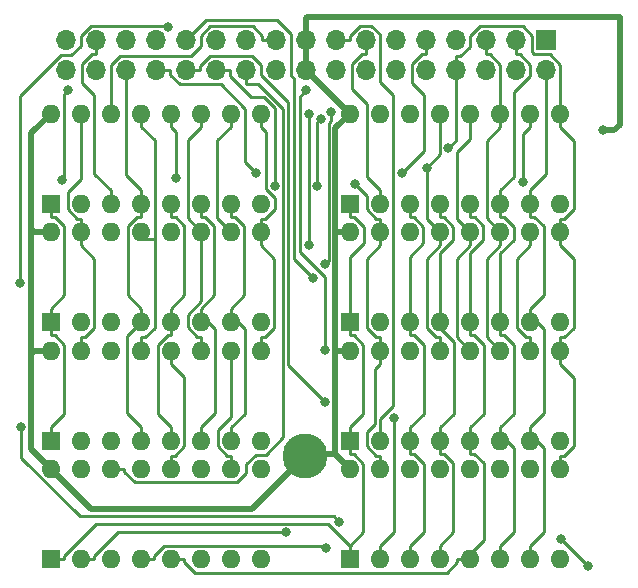
<source format=gbr>
%TF.GenerationSoftware,KiCad,Pcbnew,(6.0.7)*%
%TF.CreationDate,2023-01-24T22:55:54+00:00*%
%TF.ProjectId,CPC464-2MINICAS1,43504334-3634-42d3-924d-494e49434153,rev?*%
%TF.SameCoordinates,Original*%
%TF.FileFunction,Copper,L2,Bot*%
%TF.FilePolarity,Positive*%
%FSLAX46Y46*%
G04 Gerber Fmt 4.6, Leading zero omitted, Abs format (unit mm)*
G04 Created by KiCad (PCBNEW (6.0.7)) date 2023-01-24 22:55:54*
%MOMM*%
%LPD*%
G01*
G04 APERTURE LIST*
%TA.AperFunction,ComponentPad*%
%ADD10R,1.600000X1.600000*%
%TD*%
%TA.AperFunction,ComponentPad*%
%ADD11O,1.600000X1.600000*%
%TD*%
%TA.AperFunction,ComponentPad*%
%ADD12C,3.800000*%
%TD*%
%TA.AperFunction,ComponentPad*%
%ADD13R,1.700000X1.700000*%
%TD*%
%TA.AperFunction,ComponentPad*%
%ADD14O,1.700000X1.700000*%
%TD*%
%TA.AperFunction,ViaPad*%
%ADD15C,0.800000*%
%TD*%
%TA.AperFunction,Conductor*%
%ADD16C,0.500000*%
%TD*%
%TA.AperFunction,Conductor*%
%ADD17C,0.250000*%
%TD*%
G04 APERTURE END LIST*
D10*
%TO.P,IC704,1,NC*%
%TO.N,MV*%
X38303200Y-87309800D03*
D11*
%TO.P,IC704,2,DIN*%
%TO.N,/D3*%
X40843200Y-87309800D03*
%TO.P,IC704,3,~{WRITE}*%
%TO.N,MWE*%
X43383200Y-87309800D03*
%TO.P,IC704,4,~{RAS}*%
%TO.N,RAS*%
X45923200Y-87309800D03*
%TO.P,IC704,5,A0*%
%TO.N,/XA0*%
X48463200Y-87309800D03*
%TO.P,IC704,6,A2*%
%TO.N,/XA2*%
X51003200Y-87309800D03*
%TO.P,IC704,7,A1*%
%TO.N,/XA1*%
X53543200Y-87309800D03*
%TO.P,IC704,8,VCC*%
%TO.N,+5V*%
X56083200Y-87309800D03*
%TO.P,IC704,9,A7*%
%TO.N,/XA7*%
X56083200Y-79689800D03*
%TO.P,IC704,10,A5*%
%TO.N,/XA5*%
X53543200Y-79689800D03*
%TO.P,IC704,11,A4*%
%TO.N,/XA4*%
X51003200Y-79689800D03*
%TO.P,IC704,12,A3*%
%TO.N,/XA3*%
X48463200Y-79689800D03*
%TO.P,IC704,13,A6*%
%TO.N,/XA6*%
X45923200Y-79689800D03*
%TO.P,IC704,14,DOUT*%
%TO.N,/GD3*%
X43383200Y-79689800D03*
%TO.P,IC704,15,~{CAS}*%
%TO.N,CAS1*%
X40843200Y-79689800D03*
%TO.P,IC704,16,GND*%
%TO.N,GND*%
X38303200Y-79689800D03*
%TD*%
D12*
%TO.P,H8,1,1*%
%TO.N,GND*%
X59827400Y-78556800D03*
%TD*%
D10*
%TO.P,IC707,1,NC*%
%TO.N,MV*%
X63627000Y-77302200D03*
D11*
%TO.P,IC707,2,DIN*%
%TO.N,/D6*%
X66167000Y-77302200D03*
%TO.P,IC707,3,~{WRITE}*%
%TO.N,MWE*%
X68707000Y-77302200D03*
%TO.P,IC707,4,~{RAS}*%
%TO.N,RAS*%
X71247000Y-77302200D03*
%TO.P,IC707,5,A0*%
%TO.N,/XA0*%
X73787000Y-77302200D03*
%TO.P,IC707,6,A2*%
%TO.N,/XA2*%
X76327000Y-77302200D03*
%TO.P,IC707,7,A1*%
%TO.N,/XA1*%
X78867000Y-77302200D03*
%TO.P,IC707,8,VCC*%
%TO.N,+5V*%
X81407000Y-77302200D03*
%TO.P,IC707,9,A7*%
%TO.N,/XA7*%
X81407000Y-69682200D03*
%TO.P,IC707,10,A5*%
%TO.N,/XA5*%
X78867000Y-69682200D03*
%TO.P,IC707,11,A4*%
%TO.N,/XA4*%
X76327000Y-69682200D03*
%TO.P,IC707,12,A3*%
%TO.N,/XA3*%
X73787000Y-69682200D03*
%TO.P,IC707,13,A6*%
%TO.N,/XA6*%
X71247000Y-69682200D03*
%TO.P,IC707,14,DOUT*%
%TO.N,/GD6*%
X68707000Y-69682200D03*
%TO.P,IC707,15,~{CAS}*%
%TO.N,CAS1*%
X66167000Y-69682200D03*
%TO.P,IC707,16,GND*%
%TO.N,GND*%
X63627000Y-69682200D03*
%TD*%
D13*
%TO.P,J1200,1,Pin_1*%
%TO.N,/XA0*%
X80217200Y-43398400D03*
D14*
%TO.P,J1200,2,Pin_2*%
%TO.N,/XA1*%
X80217200Y-45938400D03*
%TO.P,J1200,3,Pin_3*%
%TO.N,/XA2*%
X77677200Y-43398400D03*
%TO.P,J1200,4,Pin_4*%
%TO.N,/XA3*%
X77677200Y-45938400D03*
%TO.P,J1200,5,Pin_5*%
%TO.N,/XA4*%
X75137200Y-43398400D03*
%TO.P,J1200,6,Pin_6*%
%TO.N,/XA5*%
X75137200Y-45938400D03*
%TO.P,J1200,7,Pin_7*%
%TO.N,/XA6*%
X72597200Y-43398400D03*
%TO.P,J1200,8,Pin_8*%
%TO.N,/XA7*%
X72597200Y-45938400D03*
%TO.P,J1200,9,Pin_9*%
%TO.N,/D0*%
X70057200Y-43398400D03*
%TO.P,J1200,10,Pin_10*%
%TO.N,/D1*%
X70057200Y-45938400D03*
%TO.P,J1200,11,Pin_11*%
%TO.N,/D2*%
X67517200Y-43398400D03*
%TO.P,J1200,12,Pin_12*%
%TO.N,/D3*%
X67517200Y-45938400D03*
%TO.P,J1200,13,Pin_13*%
%TO.N,/D4*%
X64977200Y-43398400D03*
%TO.P,J1200,14,Pin_14*%
%TO.N,/D5*%
X64977200Y-45938400D03*
%TO.P,J1200,15,Pin_15*%
%TO.N,/D6*%
X62437200Y-43398400D03*
%TO.P,J1200,16,Pin_16*%
%TO.N,/D7*%
X62437200Y-45938400D03*
%TO.P,J1200,17,Pin_17*%
%TO.N,GND*%
X59897200Y-43398400D03*
%TO.P,J1200,18,Pin_18*%
X59897200Y-45938400D03*
%TO.P,J1200,19,Pin_19*%
%TO.N,/GD0*%
X57357200Y-43398400D03*
%TO.P,J1200,20,Pin_20*%
%TO.N,/GD1*%
X57357200Y-45938400D03*
%TO.P,J1200,21,Pin_21*%
%TO.N,/GD2*%
X54817200Y-43398400D03*
%TO.P,J1200,22,Pin_22*%
%TO.N,/GD3*%
X54817200Y-45938400D03*
%TO.P,J1200,23,Pin_23*%
%TO.N,/GD4*%
X52277200Y-43398400D03*
%TO.P,J1200,24,Pin_24*%
%TO.N,/GD5*%
X52277200Y-45938400D03*
%TO.P,J1200,25,Pin_25*%
%TO.N,/GD6*%
X49737200Y-43398400D03*
%TO.P,J1200,26,Pin_26*%
%TO.N,/GD7*%
X49737200Y-45938400D03*
%TO.P,J1200,27,Pin_27*%
%TO.N,+5V*%
X47197200Y-43398400D03*
%TO.P,J1200,28,Pin_28*%
%TO.N,CAS1*%
X47197200Y-45938400D03*
%TO.P,J1200,29,Pin_29*%
%TO.N,CAS0*%
X44657200Y-43398400D03*
%TO.P,J1200,30,Pin_30*%
%TO.N,RAS*%
X44657200Y-45938400D03*
%TO.P,J1200,31,Pin_31*%
%TO.N,MWE*%
X42117200Y-43398400D03*
%TO.P,J1200,32,Pin_32*%
%TO.N,RSV2*%
X42117200Y-45938400D03*
%TO.P,J1200,33,Pin_33*%
%TO.N,RSV1*%
X39577200Y-43398400D03*
%TO.P,J1200,34,Pin_34*%
%TO.N,+5V*%
X39577200Y-45938400D03*
%TD*%
D10*
%TO.P,IC705,1,NC*%
%TO.N,MV*%
X63627000Y-57236200D03*
D11*
%TO.P,IC705,2,DIN*%
%TO.N,/D4*%
X66167000Y-57236200D03*
%TO.P,IC705,3,~{WRITE}*%
%TO.N,MWE*%
X68707000Y-57236200D03*
%TO.P,IC705,4,~{RAS}*%
%TO.N,RAS*%
X71247000Y-57236200D03*
%TO.P,IC705,5,A0*%
%TO.N,/XA0*%
X73787000Y-57236200D03*
%TO.P,IC705,6,A2*%
%TO.N,/XA2*%
X76327000Y-57236200D03*
%TO.P,IC705,7,A1*%
%TO.N,/XA1*%
X78867000Y-57236200D03*
%TO.P,IC705,8,VCC*%
%TO.N,+5V*%
X81407000Y-57236200D03*
%TO.P,IC705,9,A7*%
%TO.N,/XA7*%
X81407000Y-49616200D03*
%TO.P,IC705,10,A5*%
%TO.N,/XA5*%
X78867000Y-49616200D03*
%TO.P,IC705,11,A4*%
%TO.N,/XA4*%
X76327000Y-49616200D03*
%TO.P,IC705,12,A3*%
%TO.N,/XA3*%
X73787000Y-49616200D03*
%TO.P,IC705,13,A6*%
%TO.N,/XA6*%
X71247000Y-49616200D03*
%TO.P,IC705,14,DOUT*%
%TO.N,/GD4*%
X68707000Y-49616200D03*
%TO.P,IC705,15,~{CAS}*%
%TO.N,CAS1*%
X66167000Y-49616200D03*
%TO.P,IC705,16,GND*%
%TO.N,GND*%
X63627000Y-49616200D03*
%TD*%
D10*
%TO.P,IC701,1,NC*%
%TO.N,MV*%
X38303200Y-57220800D03*
D11*
%TO.P,IC701,2,DIN*%
%TO.N,/D0*%
X40843200Y-57220800D03*
%TO.P,IC701,3,~{WRITE}*%
%TO.N,MWE*%
X43383200Y-57220800D03*
%TO.P,IC701,4,~{RAS}*%
%TO.N,RAS*%
X45923200Y-57220800D03*
%TO.P,IC701,5,A0*%
%TO.N,/XA0*%
X48463200Y-57220800D03*
%TO.P,IC701,6,A2*%
%TO.N,/XA2*%
X51003200Y-57220800D03*
%TO.P,IC701,7,A1*%
%TO.N,/XA1*%
X53543200Y-57220800D03*
%TO.P,IC701,8,VCC*%
%TO.N,+5V*%
X56083200Y-57220800D03*
%TO.P,IC701,9,A7*%
%TO.N,/XA7*%
X56083200Y-49600800D03*
%TO.P,IC701,10,A5*%
%TO.N,/XA5*%
X53543200Y-49600800D03*
%TO.P,IC701,11,A4*%
%TO.N,/XA4*%
X51003200Y-49600800D03*
%TO.P,IC701,12,A3*%
%TO.N,/XA3*%
X48463200Y-49600800D03*
%TO.P,IC701,13,A6*%
%TO.N,/XA6*%
X45923200Y-49600800D03*
%TO.P,IC701,14,DOUT*%
%TO.N,/GD0*%
X43383200Y-49600800D03*
%TO.P,IC701,15,~{CAS}*%
%TO.N,CAS1*%
X40843200Y-49600800D03*
%TO.P,IC701,16,GND*%
%TO.N,GND*%
X38303200Y-49600800D03*
%TD*%
D10*
%TO.P,IC708,1,NC*%
%TO.N,MV*%
X63627000Y-87325200D03*
D11*
%TO.P,IC708,2,DIN*%
%TO.N,/D7*%
X66167000Y-87325200D03*
%TO.P,IC708,3,~{WRITE}*%
%TO.N,MWE*%
X68707000Y-87325200D03*
%TO.P,IC708,4,~{RAS}*%
%TO.N,RAS*%
X71247000Y-87325200D03*
%TO.P,IC708,5,A0*%
%TO.N,/XA0*%
X73787000Y-87325200D03*
%TO.P,IC708,6,A2*%
%TO.N,/XA2*%
X76327000Y-87325200D03*
%TO.P,IC708,7,A1*%
%TO.N,/XA1*%
X78867000Y-87325200D03*
%TO.P,IC708,8,VCC*%
%TO.N,+5V*%
X81407000Y-87325200D03*
%TO.P,IC708,9,A7*%
%TO.N,/XA7*%
X81407000Y-79705200D03*
%TO.P,IC708,10,A5*%
%TO.N,/XA5*%
X78867000Y-79705200D03*
%TO.P,IC708,11,A4*%
%TO.N,/XA4*%
X76327000Y-79705200D03*
%TO.P,IC708,12,A3*%
%TO.N,/XA3*%
X73787000Y-79705200D03*
%TO.P,IC708,13,A6*%
%TO.N,/XA6*%
X71247000Y-79705200D03*
%TO.P,IC708,14,DOUT*%
%TO.N,/GD7*%
X68707000Y-79705200D03*
%TO.P,IC708,15,~{CAS}*%
%TO.N,CAS1*%
X66167000Y-79705200D03*
%TO.P,IC708,16,GND*%
%TO.N,GND*%
X63627000Y-79705200D03*
%TD*%
D10*
%TO.P,IC706,1,NC*%
%TO.N,MV*%
X63627000Y-67259200D03*
D11*
%TO.P,IC706,2,DIN*%
%TO.N,/D5*%
X66167000Y-67259200D03*
%TO.P,IC706,3,~{WRITE}*%
%TO.N,MWE*%
X68707000Y-67259200D03*
%TO.P,IC706,4,~{RAS}*%
%TO.N,RAS*%
X71247000Y-67259200D03*
%TO.P,IC706,5,A0*%
%TO.N,/XA0*%
X73787000Y-67259200D03*
%TO.P,IC706,6,A2*%
%TO.N,/XA2*%
X76327000Y-67259200D03*
%TO.P,IC706,7,A1*%
%TO.N,/XA1*%
X78867000Y-67259200D03*
%TO.P,IC706,8,VCC*%
%TO.N,+5V*%
X81407000Y-67259200D03*
%TO.P,IC706,9,A7*%
%TO.N,/XA7*%
X81407000Y-59639200D03*
%TO.P,IC706,10,A5*%
%TO.N,/XA5*%
X78867000Y-59639200D03*
%TO.P,IC706,11,A4*%
%TO.N,/XA4*%
X76327000Y-59639200D03*
%TO.P,IC706,12,A3*%
%TO.N,/XA3*%
X73787000Y-59639200D03*
%TO.P,IC706,13,A6*%
%TO.N,/XA6*%
X71247000Y-59639200D03*
%TO.P,IC706,14,DOUT*%
%TO.N,/GD5*%
X68707000Y-59639200D03*
%TO.P,IC706,15,~{CAS}*%
%TO.N,CAS1*%
X66167000Y-59639200D03*
%TO.P,IC706,16,GND*%
%TO.N,GND*%
X63627000Y-59639200D03*
%TD*%
D10*
%TO.P,IC702,1,NC*%
%TO.N,MV*%
X38303200Y-67243800D03*
D11*
%TO.P,IC702,2,DIN*%
%TO.N,/D1*%
X40843200Y-67243800D03*
%TO.P,IC702,3,~{WRITE}*%
%TO.N,MWE*%
X43383200Y-67243800D03*
%TO.P,IC702,4,~{RAS}*%
%TO.N,RAS*%
X45923200Y-67243800D03*
%TO.P,IC702,5,A0*%
%TO.N,/XA0*%
X48463200Y-67243800D03*
%TO.P,IC702,6,A2*%
%TO.N,/XA2*%
X51003200Y-67243800D03*
%TO.P,IC702,7,A1*%
%TO.N,/XA1*%
X53543200Y-67243800D03*
%TO.P,IC702,8,VCC*%
%TO.N,+5V*%
X56083200Y-67243800D03*
%TO.P,IC702,9,A7*%
%TO.N,/XA7*%
X56083200Y-59623800D03*
%TO.P,IC702,10,A5*%
%TO.N,/XA5*%
X53543200Y-59623800D03*
%TO.P,IC702,11,A4*%
%TO.N,/XA4*%
X51003200Y-59623800D03*
%TO.P,IC702,12,A3*%
%TO.N,/XA3*%
X48463200Y-59623800D03*
%TO.P,IC702,13,A6*%
%TO.N,/XA6*%
X45923200Y-59623800D03*
%TO.P,IC702,14,DOUT*%
%TO.N,/GD1*%
X43383200Y-59623800D03*
%TO.P,IC702,15,~{CAS}*%
%TO.N,CAS1*%
X40843200Y-59623800D03*
%TO.P,IC702,16,GND*%
%TO.N,GND*%
X38303200Y-59623800D03*
%TD*%
D10*
%TO.P,IC703,1,NC*%
%TO.N,MV*%
X38303200Y-77286800D03*
D11*
%TO.P,IC703,2,DIN*%
%TO.N,/D2*%
X40843200Y-77286800D03*
%TO.P,IC703,3,~{WRITE}*%
%TO.N,MWE*%
X43383200Y-77286800D03*
%TO.P,IC703,4,~{RAS}*%
%TO.N,RAS*%
X45923200Y-77286800D03*
%TO.P,IC703,5,A0*%
%TO.N,/XA0*%
X48463200Y-77286800D03*
%TO.P,IC703,6,A2*%
%TO.N,/XA2*%
X51003200Y-77286800D03*
%TO.P,IC703,7,A1*%
%TO.N,/XA1*%
X53543200Y-77286800D03*
%TO.P,IC703,8,VCC*%
%TO.N,+5V*%
X56083200Y-77286800D03*
%TO.P,IC703,9,A7*%
%TO.N,/XA7*%
X56083200Y-69666800D03*
%TO.P,IC703,10,A5*%
%TO.N,/XA5*%
X53543200Y-69666800D03*
%TO.P,IC703,11,A4*%
%TO.N,/XA4*%
X51003200Y-69666800D03*
%TO.P,IC703,12,A3*%
%TO.N,/XA3*%
X48463200Y-69666800D03*
%TO.P,IC703,13,A6*%
%TO.N,/XA6*%
X45923200Y-69666800D03*
%TO.P,IC703,14,DOUT*%
%TO.N,/GD2*%
X43383200Y-69666800D03*
%TO.P,IC703,15,~{CAS}*%
%TO.N,CAS1*%
X40843200Y-69666800D03*
%TO.P,IC703,16,GND*%
%TO.N,GND*%
X38303200Y-69666800D03*
%TD*%
D15*
%TO.N,GND*%
X85000000Y-51000000D03*
%TO.N,Net-(R1220-Pad2)*%
X83791900Y-87872500D03*
X81519400Y-85600000D03*
%TO.N,RAS*%
X61543700Y-86348600D03*
%TO.N,/XA6*%
X70105800Y-54172800D03*
%TO.N,/XA5*%
X78246200Y-55373500D03*
%TO.N,/XA7*%
X71949900Y-52547400D03*
%TO.N,/XA3*%
X48904200Y-55088300D03*
%TO.N,CAS1*%
X64048600Y-55571800D03*
X60845500Y-55699100D03*
X61134100Y-50053200D03*
X55693900Y-54668900D03*
%TO.N,/D0*%
X68029200Y-54622900D03*
%TO.N,/D2*%
X35751500Y-76136100D03*
X62714400Y-84172200D03*
%TO.N,/D3*%
X60114300Y-49658500D03*
X60114300Y-60731400D03*
X58186600Y-85056100D03*
%TO.N,/D5*%
X61997600Y-49502100D03*
X61521800Y-62357100D03*
%TO.N,/D7*%
X61509900Y-69590500D03*
X67328000Y-75408600D03*
X59918700Y-47647500D03*
%TO.N,/GD1*%
X39769900Y-47569500D03*
X39204900Y-55255100D03*
%TO.N,/GD2*%
X48166300Y-42310300D03*
X35668100Y-63953200D03*
%TO.N,/GD5*%
X57228000Y-55733800D03*
%TO.N,/GD6*%
X60492700Y-63494200D03*
%TO.N,/GD7*%
X61513000Y-74004000D03*
%TD*%
D16*
%TO.N,GND*%
X62412400Y-69682200D02*
X62377000Y-69717600D01*
X38303200Y-79689800D02*
X36621000Y-78007600D01*
X36621000Y-59365600D02*
X36621000Y-51283000D01*
X62397000Y-59639200D02*
X62377000Y-59659200D01*
X41722200Y-83108800D02*
X38303200Y-79689800D01*
X62377000Y-78455200D02*
X63627000Y-79705200D01*
X36911600Y-69666800D02*
X36621000Y-69957400D01*
X36621000Y-69957400D02*
X36621000Y-59365600D01*
X36621000Y-51283000D02*
X38303200Y-49600800D01*
X62377000Y-78455200D02*
X59929000Y-78455200D01*
X86000000Y-51000000D02*
X85000000Y-51000000D01*
X59897200Y-45938400D02*
X59897200Y-43398400D01*
X36621000Y-78007600D02*
X36621000Y-69957400D01*
X59897200Y-45938400D02*
X63575000Y-49616200D01*
X59929000Y-78455200D02*
X59827400Y-78556800D01*
X55275400Y-83108800D02*
X41722200Y-83108800D01*
X62377000Y-69717600D02*
X62377000Y-78455200D01*
X86465600Y-41448800D02*
X86465600Y-50534400D01*
X38303200Y-69666800D02*
X36911600Y-69666800D01*
X60000000Y-41448800D02*
X86465600Y-41448800D01*
X36879300Y-59623800D02*
X36621000Y-59365600D01*
X38303200Y-59623800D02*
X36879300Y-59623800D01*
X86465600Y-50534400D02*
X86000000Y-51000000D01*
X59827400Y-78556800D02*
X55275400Y-83108800D01*
X62377000Y-50866200D02*
X62377000Y-59659200D01*
X62377000Y-59659200D02*
X62377000Y-69717600D01*
X63575000Y-49616200D02*
X63627000Y-49616200D01*
X59897200Y-41551600D02*
X60000000Y-41448800D01*
X63627000Y-59639200D02*
X62397000Y-59639200D01*
X63627000Y-49616200D02*
X62377000Y-50866200D01*
X59897200Y-43398400D02*
X59897200Y-41551600D01*
X63627000Y-69682200D02*
X62412400Y-69682200D01*
D17*
%TO.N,Net-(R1220-Pad2)*%
X83791900Y-87872500D02*
X81519400Y-85600000D01*
%TO.N,MV*%
X64758800Y-60586800D02*
X63627000Y-61718600D01*
X38619600Y-58345900D02*
X39428300Y-59154600D01*
X63627000Y-67259200D02*
X63627000Y-68384300D01*
X64752100Y-69193000D02*
X64752100Y-75052000D01*
X38303200Y-57220800D02*
X38303200Y-58345900D01*
X63627000Y-78427300D02*
X63943400Y-78427300D01*
X64753300Y-79237200D02*
X64753300Y-85073800D01*
X63627000Y-58361300D02*
X63943400Y-58361300D01*
X63943400Y-68384300D02*
X64752100Y-69193000D01*
X64758800Y-59176700D02*
X64758800Y-60586800D01*
X42134300Y-84322500D02*
X61749400Y-84322500D01*
X63627000Y-77302200D02*
X63627000Y-76177100D01*
X38303200Y-77286800D02*
X38303200Y-76161700D01*
X38303200Y-58345900D02*
X38619600Y-58345900D01*
X39428300Y-87309800D02*
X39428300Y-87028500D01*
X38303200Y-67243800D02*
X38303200Y-66118700D01*
X39428300Y-59154600D02*
X39428300Y-64993600D01*
X63943400Y-58361300D02*
X64758800Y-59176700D01*
X38619700Y-68368900D02*
X38303200Y-68368900D01*
X38303200Y-76161700D02*
X39428300Y-75036600D01*
X39428300Y-69177500D02*
X38619700Y-68368900D01*
X63627000Y-61718600D02*
X63627000Y-67259200D01*
X64753300Y-85073800D02*
X63627000Y-86200100D01*
X63943400Y-78427300D02*
X64753300Y-79237200D01*
X38303200Y-87309800D02*
X39428300Y-87309800D01*
X39428300Y-87028500D02*
X42134300Y-84322500D01*
X39428300Y-64993600D02*
X38303200Y-66118700D01*
X38303200Y-67243800D02*
X38303200Y-68368900D01*
X63627000Y-87325200D02*
X63627000Y-86200100D01*
X63627000Y-68384300D02*
X63943400Y-68384300D01*
X63627000Y-57236200D02*
X63627000Y-58361300D01*
X64752100Y-75052000D02*
X63627000Y-76177100D01*
X39428300Y-75036600D02*
X39428300Y-69177500D01*
X61749400Y-84322500D02*
X63627000Y-86200100D01*
X63627000Y-77302200D02*
X63627000Y-78427300D01*
%TO.N,MWE*%
X41968400Y-54680900D02*
X43383200Y-56095700D01*
X68707000Y-58361300D02*
X69023400Y-58361300D01*
X69856500Y-85050600D02*
X68707000Y-86200100D01*
X42117200Y-44573500D02*
X41750000Y-44573500D01*
X68707000Y-78427300D02*
X69023400Y-78427300D01*
X68707000Y-68384300D02*
X69009700Y-68384300D01*
X41750000Y-44573500D02*
X40903200Y-45420300D01*
X68707000Y-61713000D02*
X68707000Y-67259200D01*
X68707000Y-77302200D02*
X68707000Y-76177100D01*
X69023400Y-78427300D02*
X69856500Y-79260400D01*
X69023400Y-58361300D02*
X69836300Y-59174200D01*
X69856500Y-79260400D02*
X69856500Y-85050600D01*
X68707000Y-57236200D02*
X68707000Y-58361300D01*
X42117200Y-43398400D02*
X42117200Y-44573500D01*
X68707000Y-87325200D02*
X68707000Y-86200100D01*
X69009700Y-68384300D02*
X69842700Y-69217300D01*
X68707000Y-67259200D02*
X68707000Y-68384300D01*
X69836300Y-59174200D02*
X69836300Y-60583700D01*
X40903200Y-45420300D02*
X40903200Y-46993000D01*
X41968400Y-48058200D02*
X41968400Y-54680900D01*
X69836300Y-60583700D02*
X68707000Y-61713000D01*
X69842700Y-75041400D02*
X68707000Y-76177100D01*
X40903200Y-46993000D02*
X41968400Y-48058200D01*
X69842700Y-69217300D02*
X69842700Y-75041400D01*
X43383200Y-57220800D02*
X43383200Y-56095700D01*
X68707000Y-77302200D02*
X68707000Y-78427300D01*
%TO.N,RAS*%
X72396500Y-68928400D02*
X72396500Y-75027600D01*
X44783500Y-59135900D02*
X45573500Y-58345900D01*
X44657200Y-45938400D02*
X44657200Y-54829700D01*
X71247000Y-58361300D02*
X71563400Y-58361300D01*
X47048300Y-87309800D02*
X47048300Y-87028500D01*
X71247000Y-67778900D02*
X72396500Y-68928400D01*
X71247000Y-77302200D02*
X71247000Y-76177100D01*
X71584500Y-78427300D02*
X71247000Y-78427300D01*
X61379700Y-86184600D02*
X61543700Y-86348600D01*
X45923200Y-76161700D02*
X44727100Y-74965600D01*
X72372100Y-79214900D02*
X71584500Y-78427300D01*
X71247000Y-86200100D02*
X72372100Y-85075000D01*
X45573500Y-58345900D02*
X45923200Y-58345900D01*
X71563400Y-58361300D02*
X72374100Y-59172000D01*
X72372100Y-85075000D02*
X72372100Y-79214900D01*
X72374100Y-60274000D02*
X71247000Y-61401100D01*
X44783500Y-64979000D02*
X44783500Y-59135900D01*
X45923200Y-87309800D02*
X47048300Y-87309800D01*
X44727100Y-68439900D02*
X45923200Y-67243800D01*
X71247000Y-57236200D02*
X71247000Y-58361300D01*
X47892200Y-86184600D02*
X61379700Y-86184600D01*
X45923200Y-77286800D02*
X45923200Y-76161700D01*
X71247000Y-61401100D02*
X71247000Y-67259200D01*
X72396500Y-75027600D02*
X71247000Y-76177100D01*
X72374100Y-59172000D02*
X72374100Y-60274000D01*
X45923200Y-66118700D02*
X44783500Y-64979000D01*
X45923200Y-57220800D02*
X45923200Y-56095700D01*
X47048300Y-87028500D02*
X47892200Y-86184600D01*
X44657200Y-54829700D02*
X45923200Y-56095700D01*
X71247000Y-67259200D02*
X71247000Y-67778900D01*
X71247000Y-87325200D02*
X71247000Y-86200100D01*
X45923200Y-67243800D02*
X45923200Y-66118700D01*
X45923200Y-57220800D02*
X45923200Y-58345900D01*
X44727100Y-74965600D02*
X44727100Y-68439900D01*
X71247000Y-77302200D02*
X71247000Y-78427300D01*
%TO.N,/XA6*%
X45923200Y-59623800D02*
X45923200Y-60186300D01*
X70105800Y-54172800D02*
X70105800Y-58498000D01*
X71224800Y-53053800D02*
X70105800Y-54172800D01*
X71247000Y-69682200D02*
X71247000Y-68557100D01*
X47074900Y-60186300D02*
X47074900Y-67739700D01*
X70107600Y-61903700D02*
X71247000Y-60764300D01*
X70105800Y-58498000D02*
X71247000Y-59639200D01*
X45923200Y-69666800D02*
X45923200Y-68541700D01*
X71247000Y-49616200D02*
X71247000Y-50741300D01*
X47074900Y-67739700D02*
X46272900Y-68541700D01*
X45923200Y-49600800D02*
X45923200Y-50725900D01*
X70107600Y-67734100D02*
X70107600Y-61903700D01*
X70930600Y-68557100D02*
X70107600Y-67734100D01*
X71247000Y-68557100D02*
X70930600Y-68557100D01*
X71247000Y-59639200D02*
X71247000Y-60764300D01*
X45923200Y-60186300D02*
X47074900Y-60186300D01*
X71224800Y-50763500D02*
X71224800Y-53053800D01*
X47074900Y-51877600D02*
X47074900Y-60186300D01*
X45923200Y-50725900D02*
X47074900Y-51877600D01*
X46272900Y-68541700D02*
X45923200Y-68541700D01*
X71247000Y-50741300D02*
X71224800Y-50763500D01*
%TO.N,/XA5*%
X52384200Y-51884900D02*
X52384200Y-58464800D01*
X52405200Y-77776400D02*
X53193500Y-78564700D01*
X78867000Y-49616200D02*
X78867000Y-50741300D01*
X77741100Y-61890200D02*
X77741100Y-67780900D01*
X53543200Y-50725900D02*
X52384200Y-51884900D01*
X78867000Y-59639200D02*
X78867000Y-60764300D01*
X78867000Y-50741300D02*
X78246200Y-51362100D01*
X52384200Y-58464800D02*
X53543200Y-59623800D01*
X53543200Y-79689800D02*
X53543200Y-78564700D01*
X53543200Y-49600800D02*
X53543200Y-50725900D01*
X52405200Y-76400400D02*
X52405200Y-77776400D01*
X78517300Y-68557100D02*
X78867000Y-68557100D01*
X77741100Y-67780900D02*
X78517300Y-68557100D01*
X53543200Y-75262400D02*
X52405200Y-76400400D01*
X53193500Y-78564700D02*
X53543200Y-78564700D01*
X78246200Y-51362100D02*
X78246200Y-55373500D01*
X78867000Y-69682200D02*
X78867000Y-68557100D01*
X53543200Y-69666800D02*
X53543200Y-75262400D01*
X78867000Y-60764300D02*
X77741100Y-61890200D01*
%TO.N,/XA4*%
X75177500Y-51890800D02*
X75177500Y-58489700D01*
X76327000Y-45466400D02*
X75434100Y-44573500D01*
X51003200Y-68541700D02*
X50686800Y-68541700D01*
X49868500Y-51860600D02*
X49868500Y-58489100D01*
X51003200Y-65482000D02*
X51003200Y-59623800D01*
X75177500Y-58489700D02*
X76327000Y-59639200D01*
X76327000Y-50741300D02*
X75177500Y-51890800D01*
X76327000Y-49616200D02*
X76327000Y-45466400D01*
X75137200Y-43398400D02*
X75137200Y-44573500D01*
X75191700Y-68546900D02*
X76327000Y-69682200D01*
X76327000Y-50178700D02*
X76327000Y-49616200D01*
X51003200Y-50725900D02*
X49868500Y-51860600D01*
X75434100Y-44573500D02*
X75137200Y-44573500D01*
X76327000Y-50178700D02*
X76327000Y-50741300D01*
X49868500Y-58489100D02*
X51003200Y-59623800D01*
X76327000Y-60201700D02*
X76327000Y-60764300D01*
X51003200Y-69666800D02*
X51003200Y-68541700D01*
X76327000Y-60201700D02*
X76327000Y-59639200D01*
X50686800Y-68541700D02*
X49861100Y-67716000D01*
X49861100Y-67716000D02*
X49861100Y-66624100D01*
X76327000Y-60764300D02*
X75191700Y-61899600D01*
X49861100Y-66624100D02*
X51003200Y-65482000D01*
X75191700Y-61899600D02*
X75191700Y-68546900D01*
X51003200Y-49600800D02*
X51003200Y-50725900D01*
%TO.N,/XA7*%
X82551900Y-77784900D02*
X81756700Y-78580100D01*
X56502900Y-51145600D02*
X56502900Y-56034000D01*
X81756700Y-78580100D02*
X81407000Y-78580100D01*
X56432900Y-68541700D02*
X56083200Y-68541700D01*
X82542600Y-67771200D02*
X81756700Y-68557100D01*
X81756700Y-68557100D02*
X81407000Y-68557100D01*
X81407000Y-70807300D02*
X82551900Y-71952200D01*
X56083200Y-59623800D02*
X56083200Y-60748900D01*
X81407000Y-69682200D02*
X81407000Y-68557100D01*
X81407000Y-69682200D02*
X81407000Y-70807300D01*
X80524300Y-44573600D02*
X81407000Y-45456300D01*
X72597200Y-51900100D02*
X72597200Y-45938400D01*
X81407000Y-59639200D02*
X81407000Y-58514100D01*
X72964500Y-44763300D02*
X73772300Y-43955500D01*
X57218800Y-61884500D02*
X57218800Y-67755800D01*
X81407000Y-60764300D02*
X82542600Y-61899900D01*
X79186200Y-44573600D02*
X80524300Y-44573600D01*
X82551900Y-57718900D02*
X81756700Y-58514100D01*
X81407000Y-79705200D02*
X81407000Y-78580100D01*
X81407000Y-50741300D02*
X82551900Y-51886200D01*
X82551900Y-51886200D02*
X82551900Y-57718900D01*
X79042000Y-43039100D02*
X79042000Y-44429400D01*
X56432900Y-58498700D02*
X56083200Y-58498700D01*
X72597200Y-45938400D02*
X72597200Y-44763300D01*
X73772300Y-43059400D02*
X74608500Y-42223200D01*
X82542600Y-61899900D02*
X82542600Y-67771200D01*
X56083200Y-69666800D02*
X56083200Y-68541700D01*
X81407000Y-45456300D02*
X81407000Y-49616200D01*
X57218800Y-67755800D02*
X56432900Y-68541700D01*
X56083200Y-59623800D02*
X56083200Y-58498700D01*
X81756700Y-58514100D02*
X81407000Y-58514100D01*
X56083200Y-60748900D02*
X57218800Y-61884500D01*
X74608500Y-42223200D02*
X78226100Y-42223200D01*
X81407000Y-49616200D02*
X81407000Y-50741300D01*
X79042000Y-44429400D02*
X79186200Y-44573600D01*
X71949900Y-52547400D02*
X72597200Y-51900100D01*
X57248300Y-56779400D02*
X57248300Y-57683300D01*
X56083200Y-49600800D02*
X56083200Y-50725900D01*
X73772300Y-43955500D02*
X73772300Y-43059400D01*
X57248300Y-57683300D02*
X56432900Y-58498700D01*
X78226100Y-42223200D02*
X79042000Y-43039100D01*
X56083200Y-50725900D02*
X56502900Y-51145600D01*
X56502900Y-56034000D02*
X57248300Y-56779400D01*
X72597200Y-44763300D02*
X72964500Y-44763300D01*
X81407000Y-59639200D02*
X81407000Y-60764300D01*
X82551900Y-71952200D02*
X82551900Y-77784900D01*
%TO.N,/XA3*%
X48463200Y-50725900D02*
X48904200Y-51166900D01*
X72652700Y-52870100D02*
X73787000Y-51735800D01*
X72652700Y-58504900D02*
X72652700Y-52870100D01*
X49601200Y-71929900D02*
X49601200Y-77776400D01*
X49601200Y-77776400D02*
X48812900Y-78564700D01*
X48463200Y-69666800D02*
X48463200Y-70791900D01*
X48904200Y-51166900D02*
X48904200Y-55088300D01*
X73787000Y-69682200D02*
X72651700Y-68546900D01*
X73787000Y-60201700D02*
X73787000Y-60764300D01*
X48463200Y-49600800D02*
X48463200Y-50725900D01*
X73787000Y-51735800D02*
X73787000Y-50741300D01*
X72651700Y-61899600D02*
X73787000Y-60764300D01*
X48463200Y-79689800D02*
X48463200Y-78564700D01*
X72651700Y-68546900D02*
X72651700Y-61899600D01*
X48812900Y-78564700D02*
X48463200Y-78564700D01*
X48463200Y-70791900D02*
X49601200Y-71929900D01*
X73787000Y-59639200D02*
X72652700Y-58504900D01*
X73787000Y-49616200D02*
X73787000Y-50741300D01*
X73787000Y-60201700D02*
X73787000Y-59639200D01*
%TO.N,/XA2*%
X52193800Y-74971100D02*
X51003200Y-76161700D01*
X77476500Y-85050600D02*
X76327000Y-86200100D01*
X52139200Y-59165500D02*
X52139200Y-64982700D01*
X52139200Y-64982700D02*
X51003200Y-66118700D01*
X78852300Y-46425100D02*
X78852300Y-45451700D01*
X78852300Y-45451700D02*
X77974200Y-44573600D01*
X77476500Y-75027600D02*
X76327000Y-76177100D01*
X76327000Y-67259200D02*
X76327000Y-68384300D01*
X77476500Y-69217400D02*
X77476500Y-75027600D01*
X52193800Y-67871800D02*
X52193800Y-74971100D01*
X51003200Y-67243800D02*
X51003200Y-66681200D01*
X76327000Y-76739600D02*
X77476500Y-77889100D01*
X76643400Y-68384300D02*
X77476500Y-69217400D01*
X77974200Y-44573600D02*
X77677200Y-44573600D01*
X76327000Y-61401000D02*
X76327000Y-67259200D01*
X76327000Y-68384300D02*
X76643400Y-68384300D01*
X77677200Y-43398400D02*
X77677200Y-44573500D01*
X77460000Y-59177900D02*
X77460000Y-60268000D01*
X51319600Y-58345900D02*
X52139200Y-59165500D01*
X76327000Y-58361300D02*
X76643400Y-58361300D01*
X77481500Y-47795900D02*
X78852300Y-46425100D01*
X51003200Y-57220800D02*
X51003200Y-58345900D01*
X76327000Y-56111100D02*
X77481400Y-54956700D01*
X76327000Y-87325200D02*
X76327000Y-86200100D01*
X76327000Y-76739600D02*
X76327000Y-76177100D01*
X77481400Y-54956700D02*
X77481400Y-47795900D01*
X76327000Y-57798700D02*
X76327000Y-58361300D01*
X77481400Y-47795900D02*
X77481500Y-47795900D01*
X77460000Y-60268000D02*
X76327000Y-61401000D01*
X77476500Y-77889100D02*
X77476500Y-85050600D01*
X51003200Y-77286800D02*
X51003200Y-76161700D01*
X51003200Y-66681200D02*
X52193800Y-67871800D01*
X51003200Y-58345900D02*
X51319600Y-58345900D01*
X76327000Y-57236200D02*
X76327000Y-56111100D01*
X76327000Y-77302200D02*
X76327000Y-76739600D01*
X51003200Y-66681200D02*
X51003200Y-66118700D01*
X76643400Y-58361300D02*
X77460000Y-59177900D01*
X76327000Y-57798700D02*
X76327000Y-57236200D01*
X77677200Y-44573600D02*
X77677200Y-44573500D01*
%TO.N,/XA1*%
X53859600Y-58345900D02*
X54679200Y-59165500D01*
X78867000Y-57236200D02*
X78867000Y-58361300D01*
X53543200Y-66681200D02*
X53543200Y-66118700D01*
X53543200Y-57220800D02*
X53543200Y-58345900D01*
X78867000Y-66696600D02*
X78867000Y-66134100D01*
X53543200Y-77286800D02*
X53543200Y-76161700D01*
X78867000Y-57236200D02*
X78867000Y-56111100D01*
X80057600Y-74986500D02*
X78867000Y-76177100D01*
X53543200Y-58345900D02*
X53859600Y-58345900D01*
X54692700Y-67830700D02*
X54692700Y-75012200D01*
X78867000Y-66696600D02*
X80057600Y-67887200D01*
X78867000Y-77302200D02*
X78867000Y-76739600D01*
X79216700Y-58361300D02*
X78867000Y-58361300D01*
X78867000Y-76739600D02*
X80016500Y-77889100D01*
X80016500Y-77889100D02*
X80016500Y-85050600D01*
X53543200Y-66681200D02*
X54692700Y-67830700D01*
X54679200Y-64982700D02*
X53543200Y-66118700D01*
X80005000Y-59149600D02*
X79216700Y-58361300D01*
X80005000Y-64996100D02*
X80005000Y-59149600D01*
X54692700Y-75012200D02*
X53543200Y-76161700D01*
X80016500Y-85050600D02*
X78867000Y-86200100D01*
X80217200Y-54760900D02*
X78867000Y-56111100D01*
X78867000Y-67259200D02*
X78867000Y-66696600D01*
X78867000Y-66134100D02*
X80005000Y-64996100D01*
X53543200Y-67243800D02*
X53543200Y-66681200D01*
X54679200Y-59165500D02*
X54679200Y-64982700D01*
X80057600Y-67887200D02*
X80057600Y-74986500D01*
X80217200Y-45938400D02*
X80217200Y-54760900D01*
X78867000Y-87325200D02*
X78867000Y-86200100D01*
X78867000Y-76739600D02*
X78867000Y-76177100D01*
%TO.N,/XA0*%
X48463200Y-57220800D02*
X48463200Y-58345900D01*
X48463200Y-87309800D02*
X49588300Y-87309800D01*
X74925000Y-85737200D02*
X74925000Y-79215600D01*
X74936500Y-75027600D02*
X73787000Y-76177100D01*
X47332400Y-69199800D02*
X48163300Y-68368900D01*
X74177900Y-58361300D02*
X74914100Y-59097500D01*
X48163300Y-68368900D02*
X48463200Y-68368900D01*
X73787000Y-87325200D02*
X73337000Y-87325200D01*
X74136700Y-78427300D02*
X73787000Y-78427300D01*
X74914100Y-59097500D02*
X74914100Y-60273900D01*
X49592200Y-64989700D02*
X48463200Y-66118700D01*
X48463200Y-67243800D02*
X48463200Y-68368900D01*
X73787000Y-68384300D02*
X74089700Y-68384300D01*
X48463200Y-77286800D02*
X48463200Y-76161700D01*
X72661900Y-87606500D02*
X71804700Y-88463700D01*
X73787000Y-61401000D02*
X73787000Y-67259200D01*
X48463200Y-76161700D02*
X47332400Y-75030900D01*
X48463200Y-58345900D02*
X48854100Y-58345900D01*
X49592200Y-59084000D02*
X49592200Y-64989700D01*
X48463200Y-67243800D02*
X48463200Y-66118700D01*
X73787000Y-57236200D02*
X73787000Y-58361300D01*
X73787000Y-77302200D02*
X73787000Y-78427300D01*
X71804700Y-88463700D02*
X50509000Y-88463700D01*
X73787000Y-58361300D02*
X74177900Y-58361300D01*
X49588300Y-87543000D02*
X49588300Y-87309800D01*
X74925000Y-79215600D02*
X74136700Y-78427300D01*
X73787000Y-77302200D02*
X73787000Y-76177100D01*
X73337000Y-87325200D02*
X72661900Y-87325200D01*
X74914100Y-60273900D02*
X73787000Y-61401000D01*
X47332400Y-75030900D02*
X47332400Y-69199800D01*
X72661900Y-87325200D02*
X72661900Y-87606500D01*
X74936500Y-69231100D02*
X74936500Y-75027600D01*
X73337000Y-87325200D02*
X74925000Y-85737200D01*
X73787000Y-67259200D02*
X73787000Y-68384300D01*
X50509000Y-88463700D02*
X49588300Y-87543000D01*
X74089700Y-68384300D02*
X74936500Y-69231100D01*
X48854100Y-58345900D02*
X49592200Y-59084000D01*
%TO.N,CAS1*%
X40843200Y-60748900D02*
X41974100Y-61879800D01*
X39709700Y-56244500D02*
X40843200Y-55111000D01*
X66167000Y-58514100D02*
X65850500Y-58514100D01*
X66167000Y-59952900D02*
X66167000Y-59639200D01*
X40843200Y-59061200D02*
X40843200Y-58498700D01*
X66167000Y-69682200D02*
X66167000Y-70807300D01*
X65033500Y-76597100D02*
X65033500Y-77763000D01*
X65041900Y-56565100D02*
X64048600Y-55571800D01*
X40493500Y-58498700D02*
X39709700Y-57714900D01*
X41974100Y-61879800D02*
X41974100Y-67760500D01*
X66167000Y-79705200D02*
X66167000Y-78580100D01*
X47197200Y-45938400D02*
X48372300Y-45938400D01*
X66167000Y-59639200D02*
X66167000Y-58514100D01*
X65817300Y-68557100D02*
X66167000Y-68557100D01*
X60845500Y-55699100D02*
X60845500Y-50341800D01*
X40843200Y-59061200D02*
X40843200Y-59623800D01*
X66167000Y-70807300D02*
X65730100Y-71244200D01*
X52653300Y-47113500D02*
X54747300Y-49207500D01*
X65033500Y-77763000D02*
X65850600Y-78580100D01*
X65850600Y-78580100D02*
X66167000Y-78580100D01*
X66167000Y-60764300D02*
X65031400Y-61899900D01*
X65850500Y-58514100D02*
X65041900Y-57705500D01*
X39709700Y-57714900D02*
X39709700Y-56244500D01*
X41974100Y-67760500D02*
X41192900Y-68541700D01*
X40843200Y-58498700D02*
X40493500Y-58498700D01*
X48372300Y-45938400D02*
X48372300Y-46305700D01*
X54747300Y-49207500D02*
X54747300Y-53722300D01*
X66167000Y-69119600D02*
X66167000Y-68557100D01*
X40843200Y-59623800D02*
X40843200Y-60748900D01*
X40843200Y-69666800D02*
X40843200Y-68541700D01*
X41192900Y-68541700D02*
X40843200Y-68541700D01*
X40843200Y-55111000D02*
X40843200Y-50725900D01*
X60845500Y-50341800D02*
X61134100Y-50053200D01*
X66167000Y-69119600D02*
X66167000Y-69682200D01*
X65041900Y-57705500D02*
X65041900Y-56565100D01*
X65031400Y-61899900D02*
X65031400Y-67771200D01*
X49180100Y-47113500D02*
X52653300Y-47113500D01*
X65730100Y-75900500D02*
X65033500Y-76597100D01*
X48372300Y-46305700D02*
X49180100Y-47113500D01*
X40843200Y-49600800D02*
X40843200Y-50725900D01*
X54747300Y-53722300D02*
X55693900Y-54668900D01*
X65730100Y-71244200D02*
X65730100Y-75900500D01*
X65031400Y-67771200D02*
X65817300Y-68557100D01*
X66167000Y-59952900D02*
X66167000Y-60764300D01*
%TO.N,/D0*%
X69884200Y-48039100D02*
X69884200Y-52767900D01*
X69690000Y-44573500D02*
X68859000Y-45404500D01*
X68859000Y-47013900D02*
X69884200Y-48039100D01*
X68859000Y-45404500D02*
X68859000Y-47013900D01*
X70057200Y-44573500D02*
X69690000Y-44573500D01*
X70057200Y-43398400D02*
X70057200Y-44573500D01*
X69884200Y-52767900D02*
X68029200Y-54622900D01*
%TO.N,/D2*%
X35751500Y-76136100D02*
X35751500Y-78733900D01*
X35751500Y-78733900D02*
X40736100Y-83718500D01*
X62260700Y-83718500D02*
X62714400Y-84172200D01*
X40736100Y-83718500D02*
X62260700Y-83718500D01*
%TO.N,/D3*%
X41968300Y-87028500D02*
X43940700Y-85056100D01*
X60114300Y-49658500D02*
X60114300Y-60731400D01*
X41968300Y-87309800D02*
X41968300Y-87028500D01*
X43940700Y-85056100D02*
X58186600Y-85056100D01*
X40843200Y-87309800D02*
X41968300Y-87309800D01*
%TO.N,/D4*%
X65041900Y-48767400D02*
X63776300Y-47501800D01*
X66167000Y-57236200D02*
X66167000Y-56111100D01*
X66167000Y-56111100D02*
X65041900Y-54986000D01*
X63776300Y-45409100D02*
X64611900Y-44573500D01*
X63776300Y-47501800D02*
X63776300Y-45409100D01*
X65041900Y-54986000D02*
X65041900Y-48767400D01*
X64611900Y-44573500D02*
X64977200Y-44573500D01*
X64977200Y-43398400D02*
X64977200Y-44573500D01*
%TO.N,/D5*%
X61997600Y-50215200D02*
X61801800Y-50411000D01*
X61997600Y-49502100D02*
X61997600Y-50215200D01*
X61801800Y-50411000D02*
X61801800Y-62077100D01*
X61801800Y-62077100D02*
X61521800Y-62357100D01*
%TO.N,/D6*%
X63612300Y-43031200D02*
X64470300Y-42173200D01*
X63612300Y-43398400D02*
X63612300Y-43031200D01*
X62437200Y-43398400D02*
X63612300Y-43398400D01*
X64470300Y-42173200D02*
X65431800Y-42173200D01*
X67292200Y-74377900D02*
X66180200Y-75489900D01*
X66167000Y-77302200D02*
X66167000Y-76177100D01*
X67292200Y-48058800D02*
X67292200Y-74377900D01*
X66152400Y-46919000D02*
X67292200Y-48058800D01*
X66180200Y-76163900D02*
X66167000Y-76177100D01*
X66180200Y-75489900D02*
X66180200Y-76163900D01*
X65431800Y-42173200D02*
X66152400Y-42893800D01*
X66152400Y-42893800D02*
X66152400Y-46919000D01*
%TO.N,/D7*%
X59389200Y-48177000D02*
X59389200Y-61337000D01*
X59389200Y-61337000D02*
X61509900Y-63457700D01*
X66167000Y-87325200D02*
X66167000Y-86200100D01*
X59918700Y-47647500D02*
X59389200Y-48177000D01*
X66167000Y-86200100D02*
X67328000Y-85039100D01*
X61509900Y-63457700D02*
X61509900Y-69590500D01*
X67328000Y-85039100D02*
X67328000Y-75408600D01*
%TO.N,/GD0*%
X50111100Y-44763200D02*
X44131500Y-44763200D01*
X56182100Y-43398400D02*
X56182100Y-43031200D01*
X43383200Y-45511500D02*
X43383200Y-49600800D01*
X51787500Y-42221500D02*
X50973800Y-43035200D01*
X56182100Y-43031200D02*
X55372400Y-42221500D01*
X50973800Y-43900500D02*
X50111100Y-44763200D01*
X50973800Y-43035200D02*
X50973800Y-43900500D01*
X44131500Y-44763200D02*
X43383200Y-45511500D01*
X55372400Y-42221500D02*
X51787500Y-42221500D01*
X57357200Y-43398400D02*
X56182100Y-43398400D01*
%TO.N,/GD1*%
X39428400Y-47911000D02*
X39428400Y-55031600D01*
X39769900Y-47569500D02*
X39428400Y-47911000D01*
X39428400Y-55031600D02*
X39204900Y-55255100D01*
%TO.N,/GD2*%
X35668100Y-63953200D02*
X35668100Y-48136400D01*
X40813800Y-43033500D02*
X41661100Y-42186200D01*
X39991300Y-44668400D02*
X40813800Y-43845900D01*
X35668100Y-48136400D02*
X39136100Y-44668400D01*
X39136100Y-44668400D02*
X39991300Y-44668400D01*
X40813800Y-43845900D02*
X40813800Y-43033500D01*
X41661100Y-42186200D02*
X48042200Y-42186200D01*
X48042200Y-42186200D02*
X48166300Y-42310300D01*
%TO.N,/GD3*%
X55626500Y-78488300D02*
X54813200Y-79301600D01*
X54813200Y-80058400D02*
X54035600Y-80836000D01*
X43383200Y-79689800D02*
X44508300Y-79689800D01*
X54817200Y-47113500D02*
X55845400Y-47113500D01*
X54813200Y-79301600D02*
X54813200Y-80058400D01*
X57953100Y-49221200D02*
X57953100Y-77008200D01*
X45421300Y-80836000D02*
X44508300Y-79923000D01*
X44508300Y-79923000D02*
X44508300Y-79689800D01*
X57953100Y-77008200D02*
X56473000Y-78488300D01*
X56473000Y-78488300D02*
X55626500Y-78488300D01*
X54817200Y-45938400D02*
X54817200Y-47113500D01*
X54035600Y-80836000D02*
X45421300Y-80836000D01*
X55845400Y-47113500D02*
X57953100Y-49221200D01*
%TO.N,/GD5*%
X53452300Y-45938400D02*
X53452300Y-46452500D01*
X56297300Y-48218200D02*
X57228000Y-49148900D01*
X55218000Y-48218200D02*
X56297300Y-48218200D01*
X52277200Y-45938400D02*
X53452300Y-45938400D01*
X57228000Y-49148900D02*
X57228000Y-55733800D01*
X53452300Y-46452500D02*
X55218000Y-48218200D01*
%TO.N,/GD6*%
X58884300Y-61885800D02*
X60492700Y-63494200D01*
X57405400Y-41719300D02*
X58578100Y-42892000D01*
X58578100Y-46379400D02*
X58884300Y-46685600D01*
X49737200Y-43398400D02*
X51416300Y-41719300D01*
X58884300Y-46685600D02*
X58884300Y-61885800D01*
X51416300Y-41719300D02*
X57405400Y-41719300D01*
X58578100Y-42892000D02*
X58578100Y-46379400D01*
%TO.N,/GD7*%
X58403300Y-70894300D02*
X61513000Y-74004000D01*
X50912300Y-45571200D02*
X51720300Y-44763200D01*
X50912300Y-45938400D02*
X50912300Y-45571200D01*
X49737200Y-45938400D02*
X50912300Y-45938400D01*
X55342900Y-44763200D02*
X56087200Y-45507500D01*
X56087200Y-46330300D02*
X58403300Y-48646400D01*
X56087200Y-45507500D02*
X56087200Y-46330300D01*
X51720300Y-44763200D02*
X55342900Y-44763200D01*
X58403300Y-48646400D02*
X58403300Y-70894300D01*
%TD*%
M02*

</source>
